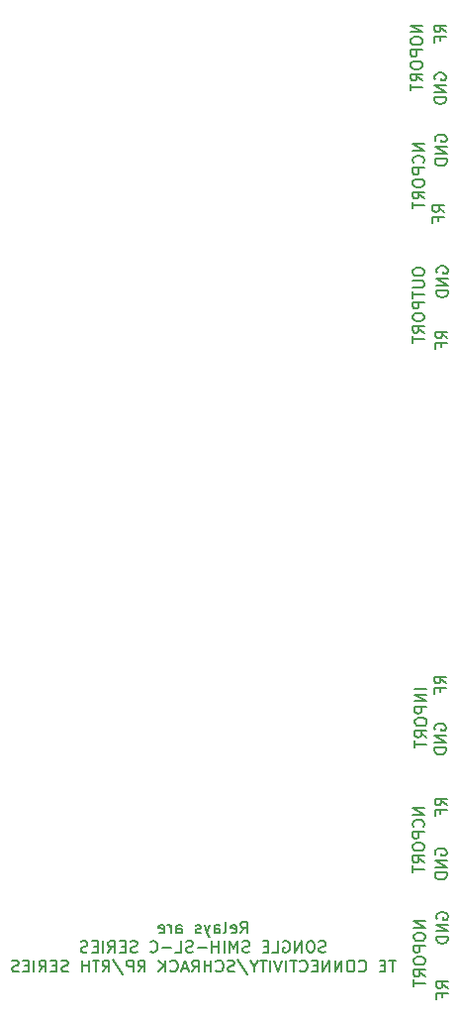
<source format=gbr>
G04 #@! TF.FileFunction,Legend,Bot*
%FSLAX46Y46*%
G04 Gerber Fmt 4.6, Leading zero omitted, Abs format (unit mm)*
G04 Created by KiCad (PCBNEW 4.0.7) date 10/22/18 11:41:11*
%MOMM*%
%LPD*%
G01*
G04 APERTURE LIST*
%ADD10C,0.100000*%
%ADD11C,0.150000*%
G04 APERTURE END LIST*
D10*
D11*
X127142477Y-136470381D02*
X127475811Y-135994190D01*
X127713906Y-136470381D02*
X127713906Y-135470381D01*
X127332953Y-135470381D01*
X127237715Y-135518000D01*
X127190096Y-135565619D01*
X127142477Y-135660857D01*
X127142477Y-135803714D01*
X127190096Y-135898952D01*
X127237715Y-135946571D01*
X127332953Y-135994190D01*
X127713906Y-135994190D01*
X126332953Y-136422762D02*
X126428191Y-136470381D01*
X126618668Y-136470381D01*
X126713906Y-136422762D01*
X126761525Y-136327524D01*
X126761525Y-135946571D01*
X126713906Y-135851333D01*
X126618668Y-135803714D01*
X126428191Y-135803714D01*
X126332953Y-135851333D01*
X126285334Y-135946571D01*
X126285334Y-136041810D01*
X126761525Y-136137048D01*
X125713906Y-136470381D02*
X125809144Y-136422762D01*
X125856763Y-136327524D01*
X125856763Y-135470381D01*
X124904381Y-136470381D02*
X124904381Y-135946571D01*
X124952000Y-135851333D01*
X125047238Y-135803714D01*
X125237715Y-135803714D01*
X125332953Y-135851333D01*
X124904381Y-136422762D02*
X124999619Y-136470381D01*
X125237715Y-136470381D01*
X125332953Y-136422762D01*
X125380572Y-136327524D01*
X125380572Y-136232286D01*
X125332953Y-136137048D01*
X125237715Y-136089429D01*
X124999619Y-136089429D01*
X124904381Y-136041810D01*
X124523429Y-135803714D02*
X124285334Y-136470381D01*
X124047238Y-135803714D02*
X124285334Y-136470381D01*
X124380572Y-136708476D01*
X124428191Y-136756095D01*
X124523429Y-136803714D01*
X123713905Y-136422762D02*
X123618667Y-136470381D01*
X123428191Y-136470381D01*
X123332952Y-136422762D01*
X123285333Y-136327524D01*
X123285333Y-136279905D01*
X123332952Y-136184667D01*
X123428191Y-136137048D01*
X123571048Y-136137048D01*
X123666286Y-136089429D01*
X123713905Y-135994190D01*
X123713905Y-135946571D01*
X123666286Y-135851333D01*
X123571048Y-135803714D01*
X123428191Y-135803714D01*
X123332952Y-135851333D01*
X121666285Y-136470381D02*
X121666285Y-135946571D01*
X121713904Y-135851333D01*
X121809142Y-135803714D01*
X121999619Y-135803714D01*
X122094857Y-135851333D01*
X121666285Y-136422762D02*
X121761523Y-136470381D01*
X121999619Y-136470381D01*
X122094857Y-136422762D01*
X122142476Y-136327524D01*
X122142476Y-136232286D01*
X122094857Y-136137048D01*
X121999619Y-136089429D01*
X121761523Y-136089429D01*
X121666285Y-136041810D01*
X121190095Y-136470381D02*
X121190095Y-135803714D01*
X121190095Y-135994190D02*
X121142476Y-135898952D01*
X121094857Y-135851333D01*
X120999619Y-135803714D01*
X120904380Y-135803714D01*
X120190094Y-136422762D02*
X120285332Y-136470381D01*
X120475809Y-136470381D01*
X120571047Y-136422762D01*
X120618666Y-136327524D01*
X120618666Y-135946571D01*
X120571047Y-135851333D01*
X120475809Y-135803714D01*
X120285332Y-135803714D01*
X120190094Y-135851333D01*
X120142475Y-135946571D01*
X120142475Y-136041810D01*
X120618666Y-136137048D01*
X134428190Y-138072762D02*
X134285333Y-138120381D01*
X134047237Y-138120381D01*
X133951999Y-138072762D01*
X133904380Y-138025143D01*
X133856761Y-137929905D01*
X133856761Y-137834667D01*
X133904380Y-137739429D01*
X133951999Y-137691810D01*
X134047237Y-137644190D01*
X134237714Y-137596571D01*
X134332952Y-137548952D01*
X134380571Y-137501333D01*
X134428190Y-137406095D01*
X134428190Y-137310857D01*
X134380571Y-137215619D01*
X134332952Y-137168000D01*
X134237714Y-137120381D01*
X133999618Y-137120381D01*
X133856761Y-137168000D01*
X133237714Y-137120381D02*
X133047237Y-137120381D01*
X132951999Y-137168000D01*
X132856761Y-137263238D01*
X132809142Y-137453714D01*
X132809142Y-137787048D01*
X132856761Y-137977524D01*
X132951999Y-138072762D01*
X133047237Y-138120381D01*
X133237714Y-138120381D01*
X133332952Y-138072762D01*
X133428190Y-137977524D01*
X133475809Y-137787048D01*
X133475809Y-137453714D01*
X133428190Y-137263238D01*
X133332952Y-137168000D01*
X133237714Y-137120381D01*
X132380571Y-138120381D02*
X132380571Y-137120381D01*
X131809142Y-138120381D01*
X131809142Y-137120381D01*
X130809142Y-137168000D02*
X130904380Y-137120381D01*
X131047237Y-137120381D01*
X131190095Y-137168000D01*
X131285333Y-137263238D01*
X131332952Y-137358476D01*
X131380571Y-137548952D01*
X131380571Y-137691810D01*
X131332952Y-137882286D01*
X131285333Y-137977524D01*
X131190095Y-138072762D01*
X131047237Y-138120381D01*
X130951999Y-138120381D01*
X130809142Y-138072762D01*
X130761523Y-138025143D01*
X130761523Y-137691810D01*
X130951999Y-137691810D01*
X129856761Y-138120381D02*
X130332952Y-138120381D01*
X130332952Y-137120381D01*
X129523428Y-137596571D02*
X129190094Y-137596571D01*
X129047237Y-138120381D02*
X129523428Y-138120381D01*
X129523428Y-137120381D01*
X129047237Y-137120381D01*
X127904380Y-138072762D02*
X127761523Y-138120381D01*
X127523427Y-138120381D01*
X127428189Y-138072762D01*
X127380570Y-138025143D01*
X127332951Y-137929905D01*
X127332951Y-137834667D01*
X127380570Y-137739429D01*
X127428189Y-137691810D01*
X127523427Y-137644190D01*
X127713904Y-137596571D01*
X127809142Y-137548952D01*
X127856761Y-137501333D01*
X127904380Y-137406095D01*
X127904380Y-137310857D01*
X127856761Y-137215619D01*
X127809142Y-137168000D01*
X127713904Y-137120381D01*
X127475808Y-137120381D01*
X127332951Y-137168000D01*
X126904380Y-138120381D02*
X126904380Y-137120381D01*
X126571046Y-137834667D01*
X126237713Y-137120381D01*
X126237713Y-138120381D01*
X125761523Y-138120381D02*
X125761523Y-137120381D01*
X125285333Y-138120381D02*
X125285333Y-137120381D01*
X125285333Y-137596571D02*
X124713904Y-137596571D01*
X124713904Y-138120381D02*
X124713904Y-137120381D01*
X124237714Y-137739429D02*
X123475809Y-137739429D01*
X123047238Y-138072762D02*
X122904381Y-138120381D01*
X122666285Y-138120381D01*
X122571047Y-138072762D01*
X122523428Y-138025143D01*
X122475809Y-137929905D01*
X122475809Y-137834667D01*
X122523428Y-137739429D01*
X122571047Y-137691810D01*
X122666285Y-137644190D01*
X122856762Y-137596571D01*
X122952000Y-137548952D01*
X122999619Y-137501333D01*
X123047238Y-137406095D01*
X123047238Y-137310857D01*
X122999619Y-137215619D01*
X122952000Y-137168000D01*
X122856762Y-137120381D01*
X122618666Y-137120381D01*
X122475809Y-137168000D01*
X121571047Y-138120381D02*
X122047238Y-138120381D01*
X122047238Y-137120381D01*
X121237714Y-137739429D02*
X120475809Y-137739429D01*
X119428190Y-138025143D02*
X119475809Y-138072762D01*
X119618666Y-138120381D01*
X119713904Y-138120381D01*
X119856762Y-138072762D01*
X119952000Y-137977524D01*
X119999619Y-137882286D01*
X120047238Y-137691810D01*
X120047238Y-137548952D01*
X119999619Y-137358476D01*
X119952000Y-137263238D01*
X119856762Y-137168000D01*
X119713904Y-137120381D01*
X119618666Y-137120381D01*
X119475809Y-137168000D01*
X119428190Y-137215619D01*
X118285333Y-138072762D02*
X118142476Y-138120381D01*
X117904380Y-138120381D01*
X117809142Y-138072762D01*
X117761523Y-138025143D01*
X117713904Y-137929905D01*
X117713904Y-137834667D01*
X117761523Y-137739429D01*
X117809142Y-137691810D01*
X117904380Y-137644190D01*
X118094857Y-137596571D01*
X118190095Y-137548952D01*
X118237714Y-137501333D01*
X118285333Y-137406095D01*
X118285333Y-137310857D01*
X118237714Y-137215619D01*
X118190095Y-137168000D01*
X118094857Y-137120381D01*
X117856761Y-137120381D01*
X117713904Y-137168000D01*
X117285333Y-137596571D02*
X116951999Y-137596571D01*
X116809142Y-138120381D02*
X117285333Y-138120381D01*
X117285333Y-137120381D01*
X116809142Y-137120381D01*
X115809142Y-138120381D02*
X116142476Y-137644190D01*
X116380571Y-138120381D02*
X116380571Y-137120381D01*
X115999618Y-137120381D01*
X115904380Y-137168000D01*
X115856761Y-137215619D01*
X115809142Y-137310857D01*
X115809142Y-137453714D01*
X115856761Y-137548952D01*
X115904380Y-137596571D01*
X115999618Y-137644190D01*
X116380571Y-137644190D01*
X115380571Y-138120381D02*
X115380571Y-137120381D01*
X114904381Y-137596571D02*
X114571047Y-137596571D01*
X114428190Y-138120381D02*
X114904381Y-138120381D01*
X114904381Y-137120381D01*
X114428190Y-137120381D01*
X114047238Y-138072762D02*
X113904381Y-138120381D01*
X113666285Y-138120381D01*
X113571047Y-138072762D01*
X113523428Y-138025143D01*
X113475809Y-137929905D01*
X113475809Y-137834667D01*
X113523428Y-137739429D01*
X113571047Y-137691810D01*
X113666285Y-137644190D01*
X113856762Y-137596571D01*
X113952000Y-137548952D01*
X113999619Y-137501333D01*
X114047238Y-137406095D01*
X114047238Y-137310857D01*
X113999619Y-137215619D01*
X113952000Y-137168000D01*
X113856762Y-137120381D01*
X113618666Y-137120381D01*
X113475809Y-137168000D01*
X140428191Y-138770381D02*
X139856762Y-138770381D01*
X140142477Y-139770381D02*
X140142477Y-138770381D01*
X139523429Y-139246571D02*
X139190095Y-139246571D01*
X139047238Y-139770381D02*
X139523429Y-139770381D01*
X139523429Y-138770381D01*
X139047238Y-138770381D01*
X137285333Y-139675143D02*
X137332952Y-139722762D01*
X137475809Y-139770381D01*
X137571047Y-139770381D01*
X137713905Y-139722762D01*
X137809143Y-139627524D01*
X137856762Y-139532286D01*
X137904381Y-139341810D01*
X137904381Y-139198952D01*
X137856762Y-139008476D01*
X137809143Y-138913238D01*
X137713905Y-138818000D01*
X137571047Y-138770381D01*
X137475809Y-138770381D01*
X137332952Y-138818000D01*
X137285333Y-138865619D01*
X136666286Y-138770381D02*
X136475809Y-138770381D01*
X136380571Y-138818000D01*
X136285333Y-138913238D01*
X136237714Y-139103714D01*
X136237714Y-139437048D01*
X136285333Y-139627524D01*
X136380571Y-139722762D01*
X136475809Y-139770381D01*
X136666286Y-139770381D01*
X136761524Y-139722762D01*
X136856762Y-139627524D01*
X136904381Y-139437048D01*
X136904381Y-139103714D01*
X136856762Y-138913238D01*
X136761524Y-138818000D01*
X136666286Y-138770381D01*
X135809143Y-139770381D02*
X135809143Y-138770381D01*
X135237714Y-139770381D01*
X135237714Y-138770381D01*
X134761524Y-139770381D02*
X134761524Y-138770381D01*
X134190095Y-139770381D01*
X134190095Y-138770381D01*
X133713905Y-139246571D02*
X133380571Y-139246571D01*
X133237714Y-139770381D02*
X133713905Y-139770381D01*
X133713905Y-138770381D01*
X133237714Y-138770381D01*
X132237714Y-139675143D02*
X132285333Y-139722762D01*
X132428190Y-139770381D01*
X132523428Y-139770381D01*
X132666286Y-139722762D01*
X132761524Y-139627524D01*
X132809143Y-139532286D01*
X132856762Y-139341810D01*
X132856762Y-139198952D01*
X132809143Y-139008476D01*
X132761524Y-138913238D01*
X132666286Y-138818000D01*
X132523428Y-138770381D01*
X132428190Y-138770381D01*
X132285333Y-138818000D01*
X132237714Y-138865619D01*
X131952000Y-138770381D02*
X131380571Y-138770381D01*
X131666286Y-139770381D02*
X131666286Y-138770381D01*
X131047238Y-139770381D02*
X131047238Y-138770381D01*
X130713905Y-138770381D02*
X130380572Y-139770381D01*
X130047238Y-138770381D01*
X129713905Y-139770381D02*
X129713905Y-138770381D01*
X129380572Y-138770381D02*
X128809143Y-138770381D01*
X129094858Y-139770381D02*
X129094858Y-138770381D01*
X128285334Y-139294190D02*
X128285334Y-139770381D01*
X128618667Y-138770381D02*
X128285334Y-139294190D01*
X127952000Y-138770381D01*
X126904381Y-138722762D02*
X127761524Y-140008476D01*
X126618667Y-139722762D02*
X126475810Y-139770381D01*
X126237714Y-139770381D01*
X126142476Y-139722762D01*
X126094857Y-139675143D01*
X126047238Y-139579905D01*
X126047238Y-139484667D01*
X126094857Y-139389429D01*
X126142476Y-139341810D01*
X126237714Y-139294190D01*
X126428191Y-139246571D01*
X126523429Y-139198952D01*
X126571048Y-139151333D01*
X126618667Y-139056095D01*
X126618667Y-138960857D01*
X126571048Y-138865619D01*
X126523429Y-138818000D01*
X126428191Y-138770381D01*
X126190095Y-138770381D01*
X126047238Y-138818000D01*
X125047238Y-139675143D02*
X125094857Y-139722762D01*
X125237714Y-139770381D01*
X125332952Y-139770381D01*
X125475810Y-139722762D01*
X125571048Y-139627524D01*
X125618667Y-139532286D01*
X125666286Y-139341810D01*
X125666286Y-139198952D01*
X125618667Y-139008476D01*
X125571048Y-138913238D01*
X125475810Y-138818000D01*
X125332952Y-138770381D01*
X125237714Y-138770381D01*
X125094857Y-138818000D01*
X125047238Y-138865619D01*
X124618667Y-139770381D02*
X124618667Y-138770381D01*
X124618667Y-139246571D02*
X124047238Y-139246571D01*
X124047238Y-139770381D02*
X124047238Y-138770381D01*
X122999619Y-139770381D02*
X123332953Y-139294190D01*
X123571048Y-139770381D02*
X123571048Y-138770381D01*
X123190095Y-138770381D01*
X123094857Y-138818000D01*
X123047238Y-138865619D01*
X122999619Y-138960857D01*
X122999619Y-139103714D01*
X123047238Y-139198952D01*
X123094857Y-139246571D01*
X123190095Y-139294190D01*
X123571048Y-139294190D01*
X122618667Y-139484667D02*
X122142476Y-139484667D01*
X122713905Y-139770381D02*
X122380572Y-138770381D01*
X122047238Y-139770381D01*
X121142476Y-139675143D02*
X121190095Y-139722762D01*
X121332952Y-139770381D01*
X121428190Y-139770381D01*
X121571048Y-139722762D01*
X121666286Y-139627524D01*
X121713905Y-139532286D01*
X121761524Y-139341810D01*
X121761524Y-139198952D01*
X121713905Y-139008476D01*
X121666286Y-138913238D01*
X121571048Y-138818000D01*
X121428190Y-138770381D01*
X121332952Y-138770381D01*
X121190095Y-138818000D01*
X121142476Y-138865619D01*
X120713905Y-139770381D02*
X120713905Y-138770381D01*
X120142476Y-139770381D02*
X120571048Y-139198952D01*
X120142476Y-138770381D02*
X120713905Y-139341810D01*
X118380571Y-139770381D02*
X118713905Y-139294190D01*
X118952000Y-139770381D02*
X118952000Y-138770381D01*
X118571047Y-138770381D01*
X118475809Y-138818000D01*
X118428190Y-138865619D01*
X118380571Y-138960857D01*
X118380571Y-139103714D01*
X118428190Y-139198952D01*
X118475809Y-139246571D01*
X118571047Y-139294190D01*
X118952000Y-139294190D01*
X117952000Y-139770381D02*
X117952000Y-138770381D01*
X117571047Y-138770381D01*
X117475809Y-138818000D01*
X117428190Y-138865619D01*
X117380571Y-138960857D01*
X117380571Y-139103714D01*
X117428190Y-139198952D01*
X117475809Y-139246571D01*
X117571047Y-139294190D01*
X117952000Y-139294190D01*
X116237714Y-138722762D02*
X117094857Y-140008476D01*
X115332952Y-139770381D02*
X115666286Y-139294190D01*
X115904381Y-139770381D02*
X115904381Y-138770381D01*
X115523428Y-138770381D01*
X115428190Y-138818000D01*
X115380571Y-138865619D01*
X115332952Y-138960857D01*
X115332952Y-139103714D01*
X115380571Y-139198952D01*
X115428190Y-139246571D01*
X115523428Y-139294190D01*
X115904381Y-139294190D01*
X115047238Y-138770381D02*
X114475809Y-138770381D01*
X114761524Y-139770381D02*
X114761524Y-138770381D01*
X114142476Y-139770381D02*
X114142476Y-138770381D01*
X114142476Y-139246571D02*
X113571047Y-139246571D01*
X113571047Y-139770381D02*
X113571047Y-138770381D01*
X112380571Y-139722762D02*
X112237714Y-139770381D01*
X111999618Y-139770381D01*
X111904380Y-139722762D01*
X111856761Y-139675143D01*
X111809142Y-139579905D01*
X111809142Y-139484667D01*
X111856761Y-139389429D01*
X111904380Y-139341810D01*
X111999618Y-139294190D01*
X112190095Y-139246571D01*
X112285333Y-139198952D01*
X112332952Y-139151333D01*
X112380571Y-139056095D01*
X112380571Y-138960857D01*
X112332952Y-138865619D01*
X112285333Y-138818000D01*
X112190095Y-138770381D01*
X111951999Y-138770381D01*
X111809142Y-138818000D01*
X111380571Y-139246571D02*
X111047237Y-139246571D01*
X110904380Y-139770381D02*
X111380571Y-139770381D01*
X111380571Y-138770381D01*
X110904380Y-138770381D01*
X109904380Y-139770381D02*
X110237714Y-139294190D01*
X110475809Y-139770381D02*
X110475809Y-138770381D01*
X110094856Y-138770381D01*
X109999618Y-138818000D01*
X109951999Y-138865619D01*
X109904380Y-138960857D01*
X109904380Y-139103714D01*
X109951999Y-139198952D01*
X109999618Y-139246571D01*
X110094856Y-139294190D01*
X110475809Y-139294190D01*
X109475809Y-139770381D02*
X109475809Y-138770381D01*
X108999619Y-139246571D02*
X108666285Y-139246571D01*
X108523428Y-139770381D02*
X108999619Y-139770381D01*
X108999619Y-138770381D01*
X108523428Y-138770381D01*
X108142476Y-139722762D02*
X107999619Y-139770381D01*
X107761523Y-139770381D01*
X107666285Y-139722762D01*
X107618666Y-139675143D01*
X107571047Y-139579905D01*
X107571047Y-139484667D01*
X107618666Y-139389429D01*
X107666285Y-139341810D01*
X107761523Y-139294190D01*
X107952000Y-139246571D01*
X108047238Y-139198952D01*
X108094857Y-139151333D01*
X108142476Y-139056095D01*
X108142476Y-138960857D01*
X108094857Y-138865619D01*
X108047238Y-138818000D01*
X107952000Y-138770381D01*
X107713904Y-138770381D01*
X107571047Y-138818000D01*
X142946381Y-135461714D02*
X141946381Y-135461714D01*
X142946381Y-136033143D01*
X141946381Y-136033143D01*
X141946381Y-136699809D02*
X141946381Y-136890286D01*
X141994000Y-136985524D01*
X142089238Y-137080762D01*
X142279714Y-137128381D01*
X142613048Y-137128381D01*
X142803524Y-137080762D01*
X142898762Y-136985524D01*
X142946381Y-136890286D01*
X142946381Y-136699809D01*
X142898762Y-136604571D01*
X142803524Y-136509333D01*
X142613048Y-136461714D01*
X142279714Y-136461714D01*
X142089238Y-136509333D01*
X141994000Y-136604571D01*
X141946381Y-136699809D01*
X142946381Y-137556952D02*
X141946381Y-137556952D01*
X141946381Y-137937905D01*
X141994000Y-138033143D01*
X142041619Y-138080762D01*
X142136857Y-138128381D01*
X142279714Y-138128381D01*
X142374952Y-138080762D01*
X142422571Y-138033143D01*
X142470190Y-137937905D01*
X142470190Y-137556952D01*
X141946381Y-138747428D02*
X141946381Y-138937905D01*
X141994000Y-139033143D01*
X142089238Y-139128381D01*
X142279714Y-139176000D01*
X142613048Y-139176000D01*
X142803524Y-139128381D01*
X142898762Y-139033143D01*
X142946381Y-138937905D01*
X142946381Y-138747428D01*
X142898762Y-138652190D01*
X142803524Y-138556952D01*
X142613048Y-138509333D01*
X142279714Y-138509333D01*
X142089238Y-138556952D01*
X141994000Y-138652190D01*
X141946381Y-138747428D01*
X142946381Y-140176000D02*
X142470190Y-139842666D01*
X142946381Y-139604571D02*
X141946381Y-139604571D01*
X141946381Y-139985524D01*
X141994000Y-140080762D01*
X142041619Y-140128381D01*
X142136857Y-140176000D01*
X142279714Y-140176000D01*
X142374952Y-140128381D01*
X142422571Y-140080762D01*
X142470190Y-139985524D01*
X142470190Y-139604571D01*
X141946381Y-140461714D02*
X141946381Y-141033143D01*
X142946381Y-140747428D02*
X141946381Y-140747428D01*
X142882881Y-125770024D02*
X141882881Y-125770024D01*
X142882881Y-126341453D01*
X141882881Y-126341453D01*
X142787643Y-127389072D02*
X142835262Y-127341453D01*
X142882881Y-127198596D01*
X142882881Y-127103358D01*
X142835262Y-126960500D01*
X142740024Y-126865262D01*
X142644786Y-126817643D01*
X142454310Y-126770024D01*
X142311452Y-126770024D01*
X142120976Y-126817643D01*
X142025738Y-126865262D01*
X141930500Y-126960500D01*
X141882881Y-127103358D01*
X141882881Y-127198596D01*
X141930500Y-127341453D01*
X141978119Y-127389072D01*
X142882881Y-127817643D02*
X141882881Y-127817643D01*
X141882881Y-128198596D01*
X141930500Y-128293834D01*
X141978119Y-128341453D01*
X142073357Y-128389072D01*
X142216214Y-128389072D01*
X142311452Y-128341453D01*
X142359071Y-128293834D01*
X142406690Y-128198596D01*
X142406690Y-127817643D01*
X141882881Y-129008119D02*
X141882881Y-129198596D01*
X141930500Y-129293834D01*
X142025738Y-129389072D01*
X142216214Y-129436691D01*
X142549548Y-129436691D01*
X142740024Y-129389072D01*
X142835262Y-129293834D01*
X142882881Y-129198596D01*
X142882881Y-129008119D01*
X142835262Y-128912881D01*
X142740024Y-128817643D01*
X142549548Y-128770024D01*
X142216214Y-128770024D01*
X142025738Y-128817643D01*
X141930500Y-128912881D01*
X141882881Y-129008119D01*
X142882881Y-130436691D02*
X142406690Y-130103357D01*
X142882881Y-129865262D02*
X141882881Y-129865262D01*
X141882881Y-130246215D01*
X141930500Y-130341453D01*
X141978119Y-130389072D01*
X142073357Y-130436691D01*
X142216214Y-130436691D01*
X142311452Y-130389072D01*
X142359071Y-130341453D01*
X142406690Y-130246215D01*
X142406690Y-129865262D01*
X141882881Y-130722405D02*
X141882881Y-131293834D01*
X142882881Y-131008119D02*
X141882881Y-131008119D01*
X143073381Y-115617929D02*
X142073381Y-115617929D01*
X143073381Y-116094119D02*
X142073381Y-116094119D01*
X143073381Y-116665548D01*
X142073381Y-116665548D01*
X143073381Y-117141738D02*
X142073381Y-117141738D01*
X142073381Y-117522691D01*
X142121000Y-117617929D01*
X142168619Y-117665548D01*
X142263857Y-117713167D01*
X142406714Y-117713167D01*
X142501952Y-117665548D01*
X142549571Y-117617929D01*
X142597190Y-117522691D01*
X142597190Y-117141738D01*
X142073381Y-118332214D02*
X142073381Y-118522691D01*
X142121000Y-118617929D01*
X142216238Y-118713167D01*
X142406714Y-118760786D01*
X142740048Y-118760786D01*
X142930524Y-118713167D01*
X143025762Y-118617929D01*
X143073381Y-118522691D01*
X143073381Y-118332214D01*
X143025762Y-118236976D01*
X142930524Y-118141738D01*
X142740048Y-118094119D01*
X142406714Y-118094119D01*
X142216238Y-118141738D01*
X142121000Y-118236976D01*
X142073381Y-118332214D01*
X143073381Y-119760786D02*
X142597190Y-119427452D01*
X143073381Y-119189357D02*
X142073381Y-119189357D01*
X142073381Y-119570310D01*
X142121000Y-119665548D01*
X142168619Y-119713167D01*
X142263857Y-119760786D01*
X142406714Y-119760786D01*
X142501952Y-119713167D01*
X142549571Y-119665548D01*
X142597190Y-119570310D01*
X142597190Y-119189357D01*
X142073381Y-120046500D02*
X142073381Y-120617929D01*
X143073381Y-120332214D02*
X142073381Y-120332214D01*
X144914881Y-141168453D02*
X144438690Y-140835119D01*
X144914881Y-140597024D02*
X143914881Y-140597024D01*
X143914881Y-140977977D01*
X143962500Y-141073215D01*
X144010119Y-141120834D01*
X144105357Y-141168453D01*
X144248214Y-141168453D01*
X144343452Y-141120834D01*
X144391071Y-141073215D01*
X144438690Y-140977977D01*
X144438690Y-140597024D01*
X144391071Y-141930358D02*
X144391071Y-141597024D01*
X144914881Y-141597024D02*
X143914881Y-141597024D01*
X143914881Y-142073215D01*
X144724381Y-115133453D02*
X144248190Y-114800119D01*
X144724381Y-114562024D02*
X143724381Y-114562024D01*
X143724381Y-114942977D01*
X143772000Y-115038215D01*
X143819619Y-115085834D01*
X143914857Y-115133453D01*
X144057714Y-115133453D01*
X144152952Y-115085834D01*
X144200571Y-115038215D01*
X144248190Y-114942977D01*
X144248190Y-114562024D01*
X144200571Y-115895358D02*
X144200571Y-115562024D01*
X144724381Y-115562024D02*
X143724381Y-115562024D01*
X143724381Y-116038215D01*
X144787881Y-125547453D02*
X144311690Y-125214119D01*
X144787881Y-124976024D02*
X143787881Y-124976024D01*
X143787881Y-125356977D01*
X143835500Y-125452215D01*
X143883119Y-125499834D01*
X143978357Y-125547453D01*
X144121214Y-125547453D01*
X144216452Y-125499834D01*
X144264071Y-125452215D01*
X144311690Y-125356977D01*
X144311690Y-124976024D01*
X144264071Y-126309358D02*
X144264071Y-125976024D01*
X144787881Y-125976024D02*
X143787881Y-125976024D01*
X143787881Y-126452215D01*
X143835500Y-129794096D02*
X143787881Y-129698858D01*
X143787881Y-129556001D01*
X143835500Y-129413143D01*
X143930738Y-129317905D01*
X144025976Y-129270286D01*
X144216452Y-129222667D01*
X144359310Y-129222667D01*
X144549786Y-129270286D01*
X144645024Y-129317905D01*
X144740262Y-129413143D01*
X144787881Y-129556001D01*
X144787881Y-129651239D01*
X144740262Y-129794096D01*
X144692643Y-129841715D01*
X144359310Y-129841715D01*
X144359310Y-129651239D01*
X144787881Y-130270286D02*
X143787881Y-130270286D01*
X144787881Y-130841715D01*
X143787881Y-130841715D01*
X144787881Y-131317905D02*
X143787881Y-131317905D01*
X143787881Y-131556000D01*
X143835500Y-131698858D01*
X143930738Y-131794096D01*
X144025976Y-131841715D01*
X144216452Y-131889334D01*
X144359310Y-131889334D01*
X144549786Y-131841715D01*
X144645024Y-131794096D01*
X144740262Y-131698858D01*
X144787881Y-131556000D01*
X144787881Y-131317905D01*
X143962500Y-135255096D02*
X143914881Y-135159858D01*
X143914881Y-135017001D01*
X143962500Y-134874143D01*
X144057738Y-134778905D01*
X144152976Y-134731286D01*
X144343452Y-134683667D01*
X144486310Y-134683667D01*
X144676786Y-134731286D01*
X144772024Y-134778905D01*
X144867262Y-134874143D01*
X144914881Y-135017001D01*
X144914881Y-135112239D01*
X144867262Y-135255096D01*
X144819643Y-135302715D01*
X144486310Y-135302715D01*
X144486310Y-135112239D01*
X144914881Y-135731286D02*
X143914881Y-135731286D01*
X144914881Y-136302715D01*
X143914881Y-136302715D01*
X144914881Y-136778905D02*
X143914881Y-136778905D01*
X143914881Y-137017000D01*
X143962500Y-137159858D01*
X144057738Y-137255096D01*
X144152976Y-137302715D01*
X144343452Y-137350334D01*
X144486310Y-137350334D01*
X144676786Y-137302715D01*
X144772024Y-137255096D01*
X144867262Y-137159858D01*
X144914881Y-137017000D01*
X144914881Y-136778905D01*
X143772000Y-119126096D02*
X143724381Y-119030858D01*
X143724381Y-118888001D01*
X143772000Y-118745143D01*
X143867238Y-118649905D01*
X143962476Y-118602286D01*
X144152952Y-118554667D01*
X144295810Y-118554667D01*
X144486286Y-118602286D01*
X144581524Y-118649905D01*
X144676762Y-118745143D01*
X144724381Y-118888001D01*
X144724381Y-118983239D01*
X144676762Y-119126096D01*
X144629143Y-119173715D01*
X144295810Y-119173715D01*
X144295810Y-118983239D01*
X144724381Y-119602286D02*
X143724381Y-119602286D01*
X144724381Y-120173715D01*
X143724381Y-120173715D01*
X144724381Y-120649905D02*
X143724381Y-120649905D01*
X143724381Y-120888000D01*
X143772000Y-121030858D01*
X143867238Y-121126096D01*
X143962476Y-121173715D01*
X144152952Y-121221334D01*
X144295810Y-121221334D01*
X144486286Y-121173715D01*
X144581524Y-121126096D01*
X144676762Y-121030858D01*
X144724381Y-120888000D01*
X144724381Y-120649905D01*
X142692381Y-58944214D02*
X141692381Y-58944214D01*
X142692381Y-59515643D01*
X141692381Y-59515643D01*
X141692381Y-60182309D02*
X141692381Y-60372786D01*
X141740000Y-60468024D01*
X141835238Y-60563262D01*
X142025714Y-60610881D01*
X142359048Y-60610881D01*
X142549524Y-60563262D01*
X142644762Y-60468024D01*
X142692381Y-60372786D01*
X142692381Y-60182309D01*
X142644762Y-60087071D01*
X142549524Y-59991833D01*
X142359048Y-59944214D01*
X142025714Y-59944214D01*
X141835238Y-59991833D01*
X141740000Y-60087071D01*
X141692381Y-60182309D01*
X142692381Y-61039452D02*
X141692381Y-61039452D01*
X141692381Y-61420405D01*
X141740000Y-61515643D01*
X141787619Y-61563262D01*
X141882857Y-61610881D01*
X142025714Y-61610881D01*
X142120952Y-61563262D01*
X142168571Y-61515643D01*
X142216190Y-61420405D01*
X142216190Y-61039452D01*
X141692381Y-62229928D02*
X141692381Y-62420405D01*
X141740000Y-62515643D01*
X141835238Y-62610881D01*
X142025714Y-62658500D01*
X142359048Y-62658500D01*
X142549524Y-62610881D01*
X142644762Y-62515643D01*
X142692381Y-62420405D01*
X142692381Y-62229928D01*
X142644762Y-62134690D01*
X142549524Y-62039452D01*
X142359048Y-61991833D01*
X142025714Y-61991833D01*
X141835238Y-62039452D01*
X141740000Y-62134690D01*
X141692381Y-62229928D01*
X142692381Y-63658500D02*
X142216190Y-63325166D01*
X142692381Y-63087071D02*
X141692381Y-63087071D01*
X141692381Y-63468024D01*
X141740000Y-63563262D01*
X141787619Y-63610881D01*
X141882857Y-63658500D01*
X142025714Y-63658500D01*
X142120952Y-63610881D01*
X142168571Y-63563262D01*
X142216190Y-63468024D01*
X142216190Y-63087071D01*
X141692381Y-63944214D02*
X141692381Y-64515643D01*
X142692381Y-64229928D02*
X141692381Y-64229928D01*
X142882881Y-69064524D02*
X141882881Y-69064524D01*
X142882881Y-69635953D01*
X141882881Y-69635953D01*
X142787643Y-70683572D02*
X142835262Y-70635953D01*
X142882881Y-70493096D01*
X142882881Y-70397858D01*
X142835262Y-70255000D01*
X142740024Y-70159762D01*
X142644786Y-70112143D01*
X142454310Y-70064524D01*
X142311452Y-70064524D01*
X142120976Y-70112143D01*
X142025738Y-70159762D01*
X141930500Y-70255000D01*
X141882881Y-70397858D01*
X141882881Y-70493096D01*
X141930500Y-70635953D01*
X141978119Y-70683572D01*
X142882881Y-71112143D02*
X141882881Y-71112143D01*
X141882881Y-71493096D01*
X141930500Y-71588334D01*
X141978119Y-71635953D01*
X142073357Y-71683572D01*
X142216214Y-71683572D01*
X142311452Y-71635953D01*
X142359071Y-71588334D01*
X142406690Y-71493096D01*
X142406690Y-71112143D01*
X141882881Y-72302619D02*
X141882881Y-72493096D01*
X141930500Y-72588334D01*
X142025738Y-72683572D01*
X142216214Y-72731191D01*
X142549548Y-72731191D01*
X142740024Y-72683572D01*
X142835262Y-72588334D01*
X142882881Y-72493096D01*
X142882881Y-72302619D01*
X142835262Y-72207381D01*
X142740024Y-72112143D01*
X142549548Y-72064524D01*
X142216214Y-72064524D01*
X142025738Y-72112143D01*
X141930500Y-72207381D01*
X141882881Y-72302619D01*
X142882881Y-73731191D02*
X142406690Y-73397857D01*
X142882881Y-73159762D02*
X141882881Y-73159762D01*
X141882881Y-73540715D01*
X141930500Y-73635953D01*
X141978119Y-73683572D01*
X142073357Y-73731191D01*
X142216214Y-73731191D01*
X142311452Y-73683572D01*
X142359071Y-73635953D01*
X142406690Y-73540715D01*
X142406690Y-73159762D01*
X141882881Y-74016905D02*
X141882881Y-74588334D01*
X142882881Y-74302619D02*
X141882881Y-74302619D01*
X141882881Y-79899238D02*
X141882881Y-80089715D01*
X141930500Y-80184953D01*
X142025738Y-80280191D01*
X142216214Y-80327810D01*
X142549548Y-80327810D01*
X142740024Y-80280191D01*
X142835262Y-80184953D01*
X142882881Y-80089715D01*
X142882881Y-79899238D01*
X142835262Y-79804000D01*
X142740024Y-79708762D01*
X142549548Y-79661143D01*
X142216214Y-79661143D01*
X142025738Y-79708762D01*
X141930500Y-79804000D01*
X141882881Y-79899238D01*
X141882881Y-80756381D02*
X142692405Y-80756381D01*
X142787643Y-80804000D01*
X142835262Y-80851619D01*
X142882881Y-80946857D01*
X142882881Y-81137334D01*
X142835262Y-81232572D01*
X142787643Y-81280191D01*
X142692405Y-81327810D01*
X141882881Y-81327810D01*
X141882881Y-81661143D02*
X141882881Y-82232572D01*
X142882881Y-81946857D02*
X141882881Y-81946857D01*
X142882881Y-82565905D02*
X141882881Y-82565905D01*
X141882881Y-82946858D01*
X141930500Y-83042096D01*
X141978119Y-83089715D01*
X142073357Y-83137334D01*
X142216214Y-83137334D01*
X142311452Y-83089715D01*
X142359071Y-83042096D01*
X142406690Y-82946858D01*
X142406690Y-82565905D01*
X141882881Y-83756381D02*
X141882881Y-83946858D01*
X141930500Y-84042096D01*
X142025738Y-84137334D01*
X142216214Y-84184953D01*
X142549548Y-84184953D01*
X142740024Y-84137334D01*
X142835262Y-84042096D01*
X142882881Y-83946858D01*
X142882881Y-83756381D01*
X142835262Y-83661143D01*
X142740024Y-83565905D01*
X142549548Y-83518286D01*
X142216214Y-83518286D01*
X142025738Y-83565905D01*
X141930500Y-83661143D01*
X141882881Y-83756381D01*
X142882881Y-85184953D02*
X142406690Y-84851619D01*
X142882881Y-84613524D02*
X141882881Y-84613524D01*
X141882881Y-84994477D01*
X141930500Y-85089715D01*
X141978119Y-85137334D01*
X142073357Y-85184953D01*
X142216214Y-85184953D01*
X142311452Y-85137334D01*
X142359071Y-85089715D01*
X142406690Y-84994477D01*
X142406690Y-84613524D01*
X141882881Y-85470667D02*
X141882881Y-86042096D01*
X142882881Y-85756381D02*
X141882881Y-85756381D01*
X144851381Y-85669453D02*
X144375190Y-85336119D01*
X144851381Y-85098024D02*
X143851381Y-85098024D01*
X143851381Y-85478977D01*
X143899000Y-85574215D01*
X143946619Y-85621834D01*
X144041857Y-85669453D01*
X144184714Y-85669453D01*
X144279952Y-85621834D01*
X144327571Y-85574215D01*
X144375190Y-85478977D01*
X144375190Y-85098024D01*
X144327571Y-86431358D02*
X144327571Y-86098024D01*
X144851381Y-86098024D02*
X143851381Y-86098024D01*
X143851381Y-86574215D01*
X144597381Y-74874453D02*
X144121190Y-74541119D01*
X144597381Y-74303024D02*
X143597381Y-74303024D01*
X143597381Y-74683977D01*
X143645000Y-74779215D01*
X143692619Y-74826834D01*
X143787857Y-74874453D01*
X143930714Y-74874453D01*
X144025952Y-74826834D01*
X144073571Y-74779215D01*
X144121190Y-74683977D01*
X144121190Y-74303024D01*
X144073571Y-75636358D02*
X144073571Y-75303024D01*
X144597381Y-75303024D02*
X143597381Y-75303024D01*
X143597381Y-75779215D01*
X144724381Y-59507453D02*
X144248190Y-59174119D01*
X144724381Y-58936024D02*
X143724381Y-58936024D01*
X143724381Y-59316977D01*
X143772000Y-59412215D01*
X143819619Y-59459834D01*
X143914857Y-59507453D01*
X144057714Y-59507453D01*
X144152952Y-59459834D01*
X144200571Y-59412215D01*
X144248190Y-59316977D01*
X144248190Y-58936024D01*
X144200571Y-60269358D02*
X144200571Y-59936024D01*
X144724381Y-59936024D02*
X143724381Y-59936024D01*
X143724381Y-60412215D01*
X143772000Y-63563596D02*
X143724381Y-63468358D01*
X143724381Y-63325501D01*
X143772000Y-63182643D01*
X143867238Y-63087405D01*
X143962476Y-63039786D01*
X144152952Y-62992167D01*
X144295810Y-62992167D01*
X144486286Y-63039786D01*
X144581524Y-63087405D01*
X144676762Y-63182643D01*
X144724381Y-63325501D01*
X144724381Y-63420739D01*
X144676762Y-63563596D01*
X144629143Y-63611215D01*
X144295810Y-63611215D01*
X144295810Y-63420739D01*
X144724381Y-64039786D02*
X143724381Y-64039786D01*
X144724381Y-64611215D01*
X143724381Y-64611215D01*
X144724381Y-65087405D02*
X143724381Y-65087405D01*
X143724381Y-65325500D01*
X143772000Y-65468358D01*
X143867238Y-65563596D01*
X143962476Y-65611215D01*
X144152952Y-65658834D01*
X144295810Y-65658834D01*
X144486286Y-65611215D01*
X144581524Y-65563596D01*
X144676762Y-65468358D01*
X144724381Y-65325500D01*
X144724381Y-65087405D01*
X143835500Y-68834096D02*
X143787881Y-68738858D01*
X143787881Y-68596001D01*
X143835500Y-68453143D01*
X143930738Y-68357905D01*
X144025976Y-68310286D01*
X144216452Y-68262667D01*
X144359310Y-68262667D01*
X144549786Y-68310286D01*
X144645024Y-68357905D01*
X144740262Y-68453143D01*
X144787881Y-68596001D01*
X144787881Y-68691239D01*
X144740262Y-68834096D01*
X144692643Y-68881715D01*
X144359310Y-68881715D01*
X144359310Y-68691239D01*
X144787881Y-69310286D02*
X143787881Y-69310286D01*
X144787881Y-69881715D01*
X143787881Y-69881715D01*
X144787881Y-70357905D02*
X143787881Y-70357905D01*
X143787881Y-70596000D01*
X143835500Y-70738858D01*
X143930738Y-70834096D01*
X144025976Y-70881715D01*
X144216452Y-70929334D01*
X144359310Y-70929334D01*
X144549786Y-70881715D01*
X144645024Y-70834096D01*
X144740262Y-70738858D01*
X144787881Y-70596000D01*
X144787881Y-70357905D01*
X143962500Y-80073596D02*
X143914881Y-79978358D01*
X143914881Y-79835501D01*
X143962500Y-79692643D01*
X144057738Y-79597405D01*
X144152976Y-79549786D01*
X144343452Y-79502167D01*
X144486310Y-79502167D01*
X144676786Y-79549786D01*
X144772024Y-79597405D01*
X144867262Y-79692643D01*
X144914881Y-79835501D01*
X144914881Y-79930739D01*
X144867262Y-80073596D01*
X144819643Y-80121215D01*
X144486310Y-80121215D01*
X144486310Y-79930739D01*
X144914881Y-80549786D02*
X143914881Y-80549786D01*
X144914881Y-81121215D01*
X143914881Y-81121215D01*
X144914881Y-81597405D02*
X143914881Y-81597405D01*
X143914881Y-81835500D01*
X143962500Y-81978358D01*
X144057738Y-82073596D01*
X144152976Y-82121215D01*
X144343452Y-82168834D01*
X144486310Y-82168834D01*
X144676786Y-82121215D01*
X144772024Y-82073596D01*
X144867262Y-81978358D01*
X144914881Y-81835500D01*
X144914881Y-81597405D01*
M02*

</source>
